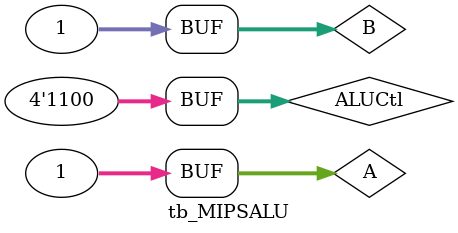
<source format=v>
/*
	REFFERENCE : "E:\Semester 8\EE587  Digital Systems Design and Synthesis\Books\Computer_Organization_and_Design_5th_Edi.pdf"
		   CHAPTER	: "Constructing a Basic Arithmetic Logic Unit"
*/
module MIPSALU(ALUCtl,A,B,ALUOut,Zero);
	input 		[3:0] ALUCtl;
	input 		[31:0] A,B;
	output 	 reg	[31:0] ALUOut;
	output		Zero;

	assign Zero = (ALUOut==0);	// Zero is true if ALUOut is 0
	always @(ALUCtl,A,B) begin	// reevaluate if these change
		case (ALUCtl)
			0: ALUOut <= A & B;
			1: ALUOut <= A | B;
			2: ALUOut <= A + B;
			6: ALUOut <= A - B;
			7: ALUOut <= A < B ? 1 : 0;
			12: ALUOut <= ~(A | B);
			default: ALUOut <= 0;
		endcase
	end
endmodule

/*
module ALUControl (FuncCode,ALUCtl);
	reg		[1:0]	ALUOp;
	input		[5:0]	FuncCode;
	output	reg	[3:0]	ALUCtl;
	
	always case(FuncCode)
		32: ALUOp <= 2;		// ADD
		34: ALUOp <= 6;		// SUBSTRACT
		36: ALUOp <= 0;		// AND
		37: ALUOp <= 1;		// OR
		39: ALUOp <= 12;	// NOR
		42: ALUOp <= 7;		// SLT (Set Less Than)
		default: ALUOp <= 15;	// Not happened
	endcase

	always @(ALUOp)	ALUCtl <= ALUOp;
endmodule
*/

`timescale 1 ns / 1 ps 
module tb_MIPSALU();

	//reg [1:0]	ALUOp;
	//reg [5:0]	FuncCode;
	
	wire 		Zero;
	reg [31:0] 	A,B;
	
	wire [31:0]	ALUOut;
	reg [3:0]	ALUCtl;
	
	MIPSALU		ALU		(ALUCtl,A,B,ALUOut,Zero);
	//ALUControl	ALUCONTROL	(FuncCode,ALUCtl);
initial begin
	A	=	32'h0;
	B	=	32'h0;
	ALUCtl		=	4'h0;
/* TEST CASESS FOR AND OPERATION */
	#20	ALUCtl	=	4'h0;		// 0 - AND
	// SET A AND B BOTH ZERO
	// SET A AND B BOTH ONE
	// REMAIN A ONE AND CHANGE B TO TWO
	// CHANGE A INTO 3 AND B INTO 6 
	// CHANGE A INTO 7 AND B INTO 4
	// CHANGE A INTO 4'ha (TEN) AND B INTO 4'hc (12)
	#20	A	=	32'h1;
	#20	B	=	32'h1;

	#20	ALUCtl	=	4'h1;		// 1 - OR 

	#20	ALUCtl	=	4'b0010;	// 2 - ADD
	
	#20	ALUCtl	=	4'b0110;	// 6 - Substrct

	#20	ALUCtl	=	4'b0111;	// 7 - Set on Less Than (SLT)

	#20	ALUCtl	=	4'b1100;	// 12 - NOR


end

endmodule


</source>
